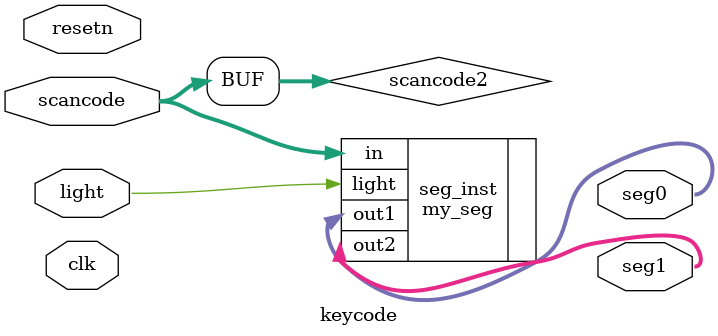
<source format=v>
module keycode(
    input light,
    input clk, resetn,
    input [7:0] scancode,
    output reg [7:0] seg1, seg0
);
wire [7:0] scancode2;
assign scancode2 = scancode;


my_seg seg_inst(
    .light(light),
    .in(scancode2),
    .out1(seg0),
    .out2(seg1)
);

endmodule

</source>
